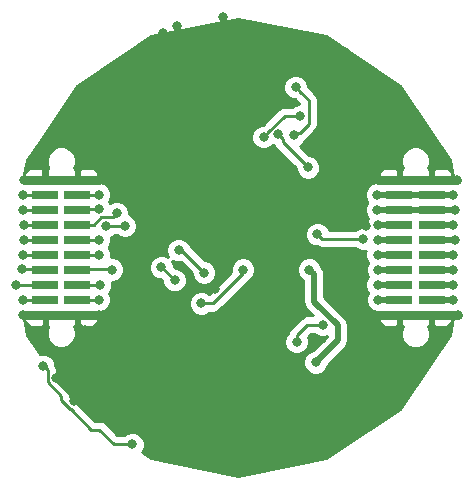
<source format=gbl>
G04 #@! TF.FileFunction,Copper,L2,Bot,Signal*
%FSLAX46Y46*%
G04 Gerber Fmt 4.6, Leading zero omitted, Abs format (unit mm)*
G04 Created by KiCad (PCBNEW 4.1.0-alpha+201605071002+6776~44~ubuntu14.04.1-product) date Sun 26 Jun 2016 13:36:43 BST*
%MOMM*%
%LPD*%
G01*
G04 APERTURE LIST*
%ADD10C,0.100000*%
%ADD11R,2.220000X0.740000*%
%ADD12C,0.800000*%
%ADD13C,0.500000*%
%ADD14C,0.350000*%
%ADD15C,0.200000*%
%ADD16C,0.280000*%
%ADD17C,0.740000*%
%ADD18C,0.254000*%
G04 APERTURE END LIST*
D10*
D11*
X83635000Y-94285000D03*
X86365000Y-94285000D03*
X83635000Y-95555000D03*
X86365000Y-95555000D03*
X83635000Y-96825000D03*
X86365000Y-96825000D03*
X83635000Y-98095000D03*
X86365000Y-98095000D03*
X83635000Y-99365000D03*
X86365000Y-99365000D03*
X83635000Y-100635000D03*
X86365000Y-100635000D03*
X83635000Y-101905000D03*
X86365000Y-101905000D03*
X83635000Y-103175000D03*
X86365000Y-103175000D03*
X83635000Y-104445000D03*
X86365000Y-104445000D03*
X83635000Y-105715000D03*
X86365000Y-105715000D03*
X113635000Y-94285000D03*
X116365000Y-94285000D03*
X113635000Y-95555000D03*
X116365000Y-95555000D03*
X113635000Y-96825000D03*
X116365000Y-96825000D03*
X113635000Y-98095000D03*
X116365000Y-98095000D03*
X113635000Y-99365000D03*
X116365000Y-99365000D03*
X113635000Y-100635000D03*
X116365000Y-100635000D03*
X113635000Y-101905000D03*
X116365000Y-101905000D03*
X113635000Y-103175000D03*
X116365000Y-103175000D03*
X113635000Y-104445000D03*
X116365000Y-104445000D03*
X113635000Y-105715000D03*
X116365000Y-105715000D03*
D12*
X93850000Y-112800000D03*
X106400000Y-82600000D03*
X106500000Y-84500000D03*
X105550000Y-84950000D03*
X105450000Y-82150000D03*
X94480000Y-87023056D03*
X93100000Y-87350000D03*
X91050000Y-87400000D03*
X91550000Y-99150000D03*
X83600000Y-92150000D03*
X89400000Y-93400000D03*
X86700000Y-92600000D03*
X94650000Y-82550000D03*
X94807989Y-81250000D03*
X85972381Y-109622381D03*
X91047937Y-110812383D03*
X89499990Y-112860002D03*
X88447141Y-112985019D03*
X87275927Y-112985019D03*
X89474560Y-110799119D03*
X89350000Y-84900000D03*
X95960000Y-85300000D03*
X94480000Y-85900000D03*
X90600000Y-84000000D03*
X93600000Y-81900000D03*
X98010000Y-108700000D03*
X96960000Y-107660000D03*
X98720000Y-80470000D03*
X104110000Y-101510000D03*
X84600000Y-111100000D03*
X113200000Y-109200000D03*
X111000000Y-85500000D03*
X107000000Y-85500000D03*
X109000000Y-85500000D03*
X109000000Y-83500000D03*
X107000000Y-83500000D03*
X114600000Y-88600000D03*
X115400000Y-90500000D03*
X117000000Y-92000000D03*
X108800000Y-92000000D03*
X110600000Y-89600000D03*
X108600000Y-116300000D03*
X99600000Y-100100000D03*
X109600000Y-102400000D03*
X97300000Y-85300000D03*
X87000000Y-107000000D03*
X83300000Y-107600000D03*
X115900000Y-109200000D03*
X86114981Y-112985019D03*
X98000000Y-103500000D03*
X93000000Y-107000000D03*
X91000000Y-107000000D03*
X89000000Y-107000000D03*
X93500000Y-115900000D03*
X98453116Y-89417360D03*
X94000000Y-90000000D03*
X94000000Y-88000000D03*
X92000000Y-88000000D03*
X92000000Y-90000000D03*
X86000000Y-90000000D03*
X88000000Y-90000000D03*
X90000000Y-90000000D03*
X90000000Y-88000000D03*
X88000000Y-88000000D03*
X86000000Y-88000000D03*
X88000000Y-86000000D03*
X90000000Y-86000000D03*
X98900000Y-106600000D03*
X95700000Y-99100000D03*
X106700000Y-113600000D03*
X102000000Y-118000000D03*
X100000000Y-118000000D03*
X98000000Y-118000000D03*
X98000000Y-116000000D03*
X100000000Y-116000000D03*
X102000000Y-116000000D03*
X102000000Y-114000000D03*
X100000000Y-114000000D03*
X98000000Y-114000000D03*
X98000000Y-112000000D03*
X100000000Y-112000000D03*
X102000000Y-112000000D03*
X102000000Y-110000000D03*
X100000000Y-110000000D03*
X98000000Y-110000000D03*
X102500000Y-86300000D03*
X101200000Y-86300000D03*
X102500000Y-87600000D03*
X101200000Y-87600000D03*
X110800000Y-98200000D03*
X111825000Y-94275000D03*
X118585000Y-105715000D03*
X111400000Y-105700000D03*
X118500000Y-94300000D03*
X81825000Y-94275000D03*
X88175000Y-94300000D03*
X81800000Y-105725000D03*
X88200000Y-105725000D03*
X94941887Y-100241887D03*
X106000000Y-101900000D03*
X106555018Y-109744982D03*
X97100000Y-102150000D03*
X110600000Y-99300000D03*
X106700000Y-98900000D03*
X81775000Y-96825000D03*
X89310000Y-101890000D03*
X93491887Y-101691887D03*
X94600000Y-102800000D03*
X105230000Y-88890011D03*
X102135010Y-90679998D03*
X103373619Y-90438630D03*
X105900000Y-93250000D03*
X88175000Y-95550000D03*
X88175000Y-96725000D03*
X89702053Y-97117947D03*
X90410010Y-98200000D03*
X88815018Y-98224982D03*
X88300000Y-103220000D03*
X88175000Y-104450000D03*
X81800000Y-95550000D03*
X81825000Y-98100000D03*
X81825000Y-99375000D03*
X88200000Y-99375000D03*
X81800000Y-100650000D03*
X88175000Y-100650000D03*
X81710010Y-101860000D03*
X81180000Y-103215008D03*
X81800000Y-104450000D03*
X111775000Y-95550000D03*
X118200000Y-95550000D03*
X111750000Y-96825000D03*
X118375000Y-96825000D03*
X111825000Y-98100000D03*
X118200000Y-98100000D03*
X111825000Y-99350000D03*
X118370000Y-99370000D03*
X111800000Y-100625000D03*
X118175000Y-100650000D03*
X111825000Y-101900000D03*
X118175000Y-101900000D03*
X111800000Y-103175000D03*
X118175000Y-103175000D03*
X111825000Y-104450000D03*
X118175000Y-104450000D03*
X104930000Y-108030000D03*
X107140021Y-106550000D03*
X104714990Y-90530000D03*
X104850000Y-86450000D03*
X91030000Y-116700002D03*
X83479133Y-110079133D03*
X100400000Y-101900000D03*
X96855019Y-104755019D03*
D13*
X106500000Y-84500000D02*
X106500000Y-82700000D01*
X106500000Y-82700000D02*
X106400000Y-82600000D01*
X105450000Y-82150000D02*
X105450000Y-84850000D01*
X105450000Y-84850000D02*
X105550000Y-84950000D01*
D14*
X94480000Y-85900000D02*
X94480000Y-87023056D01*
X94480000Y-87023056D02*
X94480000Y-87520000D01*
D13*
X91050000Y-87400000D02*
X93050000Y-87400000D01*
X93050000Y-87400000D02*
X93100000Y-87350000D01*
X94807989Y-81250000D02*
X94807989Y-82392011D01*
X94807989Y-82392011D02*
X94650000Y-82550000D01*
X83635000Y-94285000D02*
X83635000Y-92185000D01*
X83635000Y-92185000D02*
X83600000Y-92150000D01*
X86700000Y-92600000D02*
X88600000Y-92600000D01*
X88600000Y-92600000D02*
X89400000Y-93400000D01*
X85972381Y-109622381D02*
X85972381Y-109727619D01*
X85972381Y-109727619D02*
X84600000Y-111100000D01*
D14*
X91047937Y-110812383D02*
X89487824Y-110812383D01*
X89487824Y-110812383D02*
X89474560Y-110799119D01*
X89474560Y-110799119D02*
X89474560Y-112345499D01*
X89474560Y-112345499D02*
X89474560Y-112725440D01*
D13*
X89499990Y-112860002D02*
X89474560Y-112834572D01*
X89474560Y-112834572D02*
X89474560Y-112345499D01*
D14*
X89350000Y-84900000D02*
X89350000Y-85350000D01*
X89350000Y-85350000D02*
X90000000Y-86000000D01*
X90600000Y-84000000D02*
X90600000Y-85400000D01*
X90600000Y-85400000D02*
X90000000Y-86000000D01*
X94480000Y-87520000D02*
X94000000Y-88000000D01*
D15*
X96960000Y-107660000D02*
X96970000Y-107660000D01*
X96970000Y-107660000D02*
X98010000Y-108700000D01*
D13*
X98860000Y-81175685D02*
X98860000Y-81640000D01*
X98720000Y-80470000D02*
X98720000Y-81035685D01*
X98720000Y-81035685D02*
X98860000Y-81175685D01*
X86114981Y-112985019D02*
X86114981Y-112614981D01*
X86114981Y-112614981D02*
X84600000Y-111100000D01*
D16*
X107000000Y-83500000D02*
X109000000Y-83500000D01*
D13*
X117000000Y-92000000D02*
X116000000Y-91000000D01*
D16*
X86365000Y-105715000D02*
X86365000Y-106365000D01*
X86365000Y-106365000D02*
X87000000Y-107000000D01*
D13*
X89000000Y-107000000D02*
X91000000Y-107000000D01*
D16*
X98453116Y-89417360D02*
X94582640Y-89417360D01*
X94582640Y-89417360D02*
X94000000Y-90000000D01*
D13*
X94000000Y-88000000D02*
X94000000Y-90000000D01*
X92000000Y-90000000D02*
X92000000Y-88000000D01*
X88000000Y-90000000D02*
X86000000Y-90000000D01*
X90000000Y-88000000D02*
X90000000Y-90000000D01*
X86000000Y-88000000D02*
X88000000Y-88000000D01*
X90000000Y-86000000D02*
X88000000Y-86000000D01*
D16*
X110800000Y-98200000D02*
X110200000Y-98200000D01*
D13*
X98000000Y-118000000D02*
X100000000Y-118000000D01*
X100000000Y-116000000D02*
X98000000Y-116000000D01*
X102000000Y-114000000D02*
X102000000Y-116000000D01*
X98000000Y-114000000D02*
X100000000Y-114000000D01*
X100000000Y-112000000D02*
X98000000Y-112000000D01*
X102000000Y-110000000D02*
X102000000Y-112000000D01*
X98000000Y-110000000D02*
X100000000Y-110000000D01*
D17*
X111825000Y-94275000D02*
X113625000Y-94275000D01*
X113625000Y-94275000D02*
X113635000Y-94285000D01*
X116365000Y-105715000D02*
X113635000Y-105715000D01*
X118585000Y-105715000D02*
X116365000Y-105715000D01*
X111400000Y-105700000D02*
X113620000Y-105700000D01*
X113620000Y-105700000D02*
X113635000Y-105715000D01*
X113620000Y-94300000D02*
X113635000Y-94285000D01*
X116365000Y-94285000D02*
X113635000Y-94285000D01*
X118500000Y-94300000D02*
X116380000Y-94300000D01*
X116380000Y-94300000D02*
X116365000Y-94285000D01*
X88175000Y-94300000D02*
X86380000Y-94300000D01*
X86380000Y-94300000D02*
X86365000Y-94285000D01*
X83635000Y-94285000D02*
X86365000Y-94285000D01*
X81825000Y-94275000D02*
X83625000Y-94275000D01*
X83625000Y-94275000D02*
X83635000Y-94285000D01*
X81800000Y-105725000D02*
X83625000Y-105725000D01*
X83625000Y-105725000D02*
X83635000Y-105715000D01*
X86365000Y-105715000D02*
X83635000Y-105715000D01*
X88200000Y-105725000D02*
X86375000Y-105725000D01*
X86375000Y-105725000D02*
X86365000Y-105715000D01*
D13*
X86365000Y-105715000D02*
X88190000Y-105715000D01*
X88190000Y-105715000D02*
X88200000Y-105725000D01*
X83635000Y-105715000D02*
X88190000Y-105715000D01*
X81800000Y-105725000D02*
X86355000Y-105725000D01*
X86355000Y-105725000D02*
X86365000Y-105715000D01*
X83625000Y-105725000D02*
X83635000Y-105715000D01*
X86365000Y-105715000D02*
X86380000Y-105700000D01*
D16*
X95325171Y-100375171D02*
X95075171Y-100375171D01*
X95075171Y-100375171D02*
X94941887Y-100241887D01*
D13*
X106000000Y-101900000D02*
X106399999Y-102299999D01*
X106399999Y-102299999D02*
X106399999Y-104611176D01*
X106399999Y-104611176D02*
X108400000Y-106611177D01*
X108400000Y-106611177D02*
X108400000Y-107900000D01*
X108400000Y-107900000D02*
X107840022Y-108459978D01*
X108000000Y-108300000D02*
X107840022Y-108459978D01*
X107840022Y-108459978D02*
X106555018Y-109744982D01*
D16*
X97100000Y-102150000D02*
X95325171Y-100375171D01*
X110600000Y-99300000D02*
X107100000Y-99300000D01*
X107100000Y-99300000D02*
X106700000Y-98900000D01*
X83635000Y-96825000D02*
X81775000Y-96825000D01*
D15*
X84375000Y-96825000D02*
X83635000Y-96825000D01*
D16*
X89310000Y-101890000D02*
X89302686Y-101882686D01*
X89302686Y-101882686D02*
X86387314Y-101882686D01*
X86387314Y-101882686D02*
X86365000Y-101905000D01*
X94600000Y-102800000D02*
X93491887Y-101691887D01*
X103940759Y-88890011D02*
X105230000Y-88890011D01*
X103929446Y-88878698D02*
X103940759Y-88890011D01*
X102535009Y-90273135D02*
X103929446Y-88878698D01*
X102135010Y-90679998D02*
X102535009Y-90279999D01*
X102535009Y-90279999D02*
X102535009Y-90273135D01*
X105230000Y-88890011D02*
X105218687Y-88878698D01*
X105900000Y-93250000D02*
X104116135Y-91466135D01*
X103373619Y-90438630D02*
X103773618Y-90838629D01*
X103773618Y-90838629D02*
X103773618Y-91123618D01*
X103773618Y-91123618D02*
X104116135Y-91466135D01*
X86365000Y-95555000D02*
X88170000Y-95555000D01*
X88170000Y-95555000D02*
X88175000Y-95550000D01*
X88175000Y-96725000D02*
X86465000Y-96725000D01*
X86465000Y-96725000D02*
X86365000Y-96825000D01*
X88390001Y-97459999D02*
X89360001Y-97459999D01*
X89360001Y-97459999D02*
X89702053Y-97117947D01*
X87755000Y-98095000D02*
X88390001Y-97459999D01*
X86365000Y-98095000D02*
X87755000Y-98095000D01*
X87105000Y-98095000D02*
X86365000Y-98095000D01*
X88815018Y-98224982D02*
X90385028Y-98224982D01*
X90385028Y-98224982D02*
X90410010Y-98200000D01*
X88300000Y-103220000D02*
X86410000Y-103220000D01*
D15*
X86410000Y-103220000D02*
X86365000Y-103175000D01*
D16*
X88175000Y-104450000D02*
X86370000Y-104450000D01*
X86370000Y-104450000D02*
X86365000Y-104445000D01*
X83635000Y-95555000D02*
X81805000Y-95555000D01*
X81805000Y-95555000D02*
X81800000Y-95550000D01*
X81825000Y-98100000D02*
X83630000Y-98100000D01*
X83630000Y-98100000D02*
X83635000Y-98095000D01*
X81825000Y-99375000D02*
X83625000Y-99375000D01*
X83625000Y-99375000D02*
X83635000Y-99365000D01*
X88200000Y-99375000D02*
X86375000Y-99375000D01*
X86375000Y-99375000D02*
X86365000Y-99365000D01*
X83635000Y-100635000D02*
X81815000Y-100635000D01*
X81815000Y-100635000D02*
X81800000Y-100650000D01*
X86365000Y-100635000D02*
X88160000Y-100635000D01*
X88160000Y-100635000D02*
X88175000Y-100650000D01*
X81710010Y-101860000D02*
X83590000Y-101860000D01*
X83590000Y-101860000D02*
X83635000Y-101905000D01*
X83615000Y-101925000D02*
X83635000Y-101905000D01*
X81180000Y-103215008D02*
X83594992Y-103215008D01*
X83594992Y-103215008D02*
X83635000Y-103175000D01*
X81800000Y-104450000D02*
X83630000Y-104450000D01*
X83630000Y-104450000D02*
X83635000Y-104445000D01*
D13*
X111775000Y-95550000D02*
X113630000Y-95550000D01*
X113630000Y-95550000D02*
X113635000Y-95555000D01*
X116365000Y-95555000D02*
X118195000Y-95555000D01*
X118195000Y-95555000D02*
X118200000Y-95550000D01*
X113635000Y-95555000D02*
X116365000Y-95555000D01*
X116365000Y-96825000D02*
X118375000Y-96825000D01*
X113635000Y-96825000D02*
X116365000Y-96825000D01*
X111750000Y-96825000D02*
X116365000Y-96825000D01*
X111750000Y-96825000D02*
X113635000Y-96825000D01*
X111825000Y-98100000D02*
X113630000Y-98100000D01*
X113630000Y-98100000D02*
X113635000Y-98095000D01*
X116365000Y-98095000D02*
X118195000Y-98095000D01*
X118195000Y-98095000D02*
X118200000Y-98100000D01*
X113635000Y-99365000D02*
X111840000Y-99365000D01*
X111840000Y-99365000D02*
X111825000Y-99350000D01*
X118370000Y-99370000D02*
X116370000Y-99370000D01*
X116370000Y-99370000D02*
X116365000Y-99365000D01*
X111800000Y-100625000D02*
X113625000Y-100625000D01*
X113625000Y-100625000D02*
X113635000Y-100635000D01*
X116365000Y-100635000D02*
X118160000Y-100635000D01*
X118160000Y-100635000D02*
X118175000Y-100650000D01*
X111825000Y-101900000D02*
X113630000Y-101900000D01*
X113630000Y-101900000D02*
X113635000Y-101905000D01*
X116365000Y-101905000D02*
X118170000Y-101905000D01*
X118170000Y-101905000D02*
X118175000Y-101900000D01*
X111800000Y-103175000D02*
X113635000Y-103175000D01*
X116365000Y-103175000D02*
X118175000Y-103175000D01*
X113635000Y-104445000D02*
X111830000Y-104445000D01*
X111830000Y-104445000D02*
X111825000Y-104450000D01*
X116365000Y-104445000D02*
X118170000Y-104445000D01*
X118170000Y-104445000D02*
X118175000Y-104450000D01*
D16*
X107140021Y-106550000D02*
X106697085Y-106550000D01*
X104930000Y-108030000D02*
X104930000Y-107464315D01*
X104930000Y-107464315D02*
X105844315Y-106550000D01*
X105844315Y-106550000D02*
X106697085Y-106550000D01*
X104714990Y-90530000D02*
X104890000Y-90354990D01*
X104890000Y-90354990D02*
X105185010Y-90354990D01*
X105970001Y-89569999D02*
X105970001Y-87570001D01*
X105185010Y-90354990D02*
X105970001Y-89569999D01*
X105970001Y-87570001D02*
X105249999Y-86849999D01*
X105249999Y-86849999D02*
X104850000Y-86450000D01*
X83479133Y-110079133D02*
X83529133Y-110079133D01*
X83529133Y-110079133D02*
X83859999Y-110409999D01*
X83859999Y-110409999D02*
X83859999Y-111455201D01*
X83859999Y-111455201D02*
X85000000Y-112595202D01*
X85000000Y-112595202D02*
X85000000Y-112965240D01*
X85000000Y-112965240D02*
X85734760Y-113700000D01*
X85734760Y-113700000D02*
X85800000Y-113700000D01*
X85800000Y-113700000D02*
X87560280Y-115460280D01*
X87560280Y-115460280D02*
X88210280Y-115460280D01*
X88210280Y-115460280D02*
X89450002Y-116700002D01*
X89450002Y-116700002D02*
X91030000Y-116700002D01*
X96855019Y-104755019D02*
X97844981Y-104755019D01*
X97844981Y-104755019D02*
X100400000Y-102200000D01*
X100400000Y-102200000D02*
X100400000Y-101900000D01*
D18*
G36*
X107408751Y-82113692D02*
X113689587Y-86310413D01*
X117886308Y-92591249D01*
X118268978Y-94515060D01*
X118054123Y-94514873D01*
X117951250Y-94412000D01*
X116492000Y-94412000D01*
X116492000Y-94432000D01*
X116238000Y-94432000D01*
X116238000Y-94412000D01*
X113762000Y-94412000D01*
X113762000Y-94432000D01*
X113508000Y-94432000D01*
X113508000Y-94412000D01*
X112048750Y-94412000D01*
X111945602Y-94515148D01*
X111570029Y-94514821D01*
X111189485Y-94672058D01*
X110898081Y-94962954D01*
X110740180Y-95343223D01*
X110739821Y-95754971D01*
X110897058Y-96135515D01*
X110936310Y-96174835D01*
X110873081Y-96237954D01*
X110715180Y-96618223D01*
X110714821Y-97029971D01*
X110872058Y-97410515D01*
X110961223Y-97499835D01*
X110948081Y-97512954D01*
X110790180Y-97893223D01*
X110789856Y-98265165D01*
X110395029Y-98264821D01*
X110014485Y-98422058D01*
X109911363Y-98525000D01*
X107664925Y-98525000D01*
X107577942Y-98314485D01*
X107287046Y-98023081D01*
X106906777Y-97865180D01*
X106495029Y-97864821D01*
X106114485Y-98022058D01*
X105823081Y-98312954D01*
X105665180Y-98693223D01*
X105664821Y-99104971D01*
X105822058Y-99485515D01*
X106112954Y-99776919D01*
X106493223Y-99934820D01*
X106682162Y-99934985D01*
X106722662Y-99962046D01*
X106803420Y-100016007D01*
X107100000Y-100075000D01*
X109911213Y-100075000D01*
X110012954Y-100176919D01*
X110393223Y-100334820D01*
X110799665Y-100335174D01*
X110765180Y-100418223D01*
X110764821Y-100829971D01*
X110922058Y-101210515D01*
X110986266Y-101274835D01*
X110948081Y-101312954D01*
X110790180Y-101693223D01*
X110789821Y-102104971D01*
X110947058Y-102485515D01*
X110986310Y-102524835D01*
X110923081Y-102587954D01*
X110765180Y-102968223D01*
X110764821Y-103379971D01*
X110922058Y-103760515D01*
X110986266Y-103824835D01*
X110948081Y-103862954D01*
X110790180Y-104243223D01*
X110789821Y-104654971D01*
X110947058Y-105035515D01*
X111237954Y-105326919D01*
X111618223Y-105484820D01*
X111945856Y-105485106D01*
X112048750Y-105588000D01*
X113508000Y-105588000D01*
X113508000Y-105568000D01*
X113762000Y-105568000D01*
X113762000Y-105588000D01*
X116238000Y-105588000D01*
X116238000Y-105568000D01*
X116492000Y-105568000D01*
X116492000Y-105588000D01*
X117951250Y-105588000D01*
X118054355Y-105484895D01*
X118268949Y-105485082D01*
X117886308Y-107408751D01*
X113689587Y-113689587D01*
X107408751Y-117886308D01*
X100000000Y-119360000D01*
X92591249Y-117886308D01*
X91821704Y-117372114D01*
X91906919Y-117287048D01*
X92064820Y-116906779D01*
X92065179Y-116495031D01*
X91907942Y-116114487D01*
X91617046Y-115823083D01*
X91236777Y-115665182D01*
X90825029Y-115664823D01*
X90444485Y-115822060D01*
X90341363Y-115925002D01*
X89771018Y-115925002D01*
X88758288Y-114912272D01*
X88506860Y-114744273D01*
X88210280Y-114685280D01*
X87881296Y-114685280D01*
X86348008Y-113151992D01*
X86151393Y-113020618D01*
X85775000Y-112644224D01*
X85775000Y-112595202D01*
X85716007Y-112298622D01*
X85548008Y-112047194D01*
X84634999Y-111134185D01*
X84634999Y-110409999D01*
X84576006Y-110113419D01*
X84514184Y-110020896D01*
X84514312Y-109874162D01*
X84357075Y-109493618D01*
X84066179Y-109202214D01*
X83685910Y-109044313D01*
X83274162Y-109043954D01*
X83220982Y-109065927D01*
X82113692Y-107408751D01*
X81833624Y-106000750D01*
X81890000Y-106000750D01*
X81890000Y-106211309D01*
X81986673Y-106444698D01*
X82165301Y-106623327D01*
X82398690Y-106720000D01*
X83349250Y-106720000D01*
X83508000Y-106561250D01*
X83508000Y-105842000D01*
X83762000Y-105842000D01*
X83762000Y-106561250D01*
X83910098Y-106709348D01*
X83765215Y-107058266D01*
X83764786Y-107549579D01*
X83952408Y-108003657D01*
X84299515Y-108351371D01*
X84753266Y-108539785D01*
X85244579Y-108540214D01*
X85698657Y-108352592D01*
X85816483Y-108234971D01*
X103894821Y-108234971D01*
X104052058Y-108615515D01*
X104342954Y-108906919D01*
X104723223Y-109064820D01*
X105134971Y-109065179D01*
X105515515Y-108907942D01*
X105806919Y-108617046D01*
X105964820Y-108236777D01*
X105965179Y-107825029D01*
X105877501Y-107612830D01*
X106165331Y-107325000D01*
X106451234Y-107325000D01*
X106552975Y-107426919D01*
X106933244Y-107584820D01*
X107344992Y-107585179D01*
X107515000Y-107514933D01*
X107515000Y-107533421D01*
X107214232Y-107834188D01*
X107214230Y-107834191D01*
X106330569Y-108717851D01*
X105969503Y-108867040D01*
X105678099Y-109157936D01*
X105520198Y-109538205D01*
X105519839Y-109949953D01*
X105677076Y-110330497D01*
X105967972Y-110621901D01*
X106348241Y-110779802D01*
X106759989Y-110780161D01*
X107140533Y-110622924D01*
X107431937Y-110332028D01*
X107582749Y-109968830D01*
X108465809Y-109085770D01*
X108465812Y-109085768D01*
X108507626Y-109043954D01*
X109025787Y-108525792D01*
X109025790Y-108525790D01*
X109217633Y-108238675D01*
X109285000Y-107900000D01*
X109285000Y-106611182D01*
X109285001Y-106611177D01*
X109217634Y-106272503D01*
X109082183Y-106069786D01*
X109036056Y-106000750D01*
X111890000Y-106000750D01*
X111890000Y-106211309D01*
X111986673Y-106444698D01*
X112165301Y-106623327D01*
X112398690Y-106720000D01*
X113349250Y-106720000D01*
X113508000Y-106561250D01*
X113508000Y-105842000D01*
X113762000Y-105842000D01*
X113762000Y-106561250D01*
X113910098Y-106709348D01*
X113765215Y-107058266D01*
X113764786Y-107549579D01*
X113952408Y-108003657D01*
X114299515Y-108351371D01*
X114753266Y-108539785D01*
X115244579Y-108540214D01*
X115698657Y-108352592D01*
X116046371Y-108005485D01*
X116234785Y-107551734D01*
X116235214Y-107060421D01*
X116090080Y-106709170D01*
X116238000Y-106561250D01*
X116238000Y-105842000D01*
X116492000Y-105842000D01*
X116492000Y-106561250D01*
X116650750Y-106720000D01*
X117601310Y-106720000D01*
X117834699Y-106623327D01*
X118013327Y-106444698D01*
X118110000Y-106211309D01*
X118110000Y-106000750D01*
X117951250Y-105842000D01*
X116492000Y-105842000D01*
X116238000Y-105842000D01*
X113762000Y-105842000D01*
X113508000Y-105842000D01*
X112048750Y-105842000D01*
X111890000Y-106000750D01*
X109036056Y-106000750D01*
X109025790Y-105985387D01*
X109025787Y-105985385D01*
X107284999Y-104244596D01*
X107284999Y-102300004D01*
X107285000Y-102299999D01*
X107217632Y-101961325D01*
X107217632Y-101961324D01*
X107027852Y-101677297D01*
X106877942Y-101314485D01*
X106587046Y-101023081D01*
X106206777Y-100865180D01*
X105795029Y-100864821D01*
X105414485Y-101022058D01*
X105123081Y-101312954D01*
X104965180Y-101693223D01*
X104964821Y-102104971D01*
X105122058Y-102485515D01*
X105412954Y-102776919D01*
X105514999Y-102819292D01*
X105514999Y-104611171D01*
X105514998Y-104611176D01*
X105553886Y-104806673D01*
X105582366Y-104949851D01*
X105726796Y-105166007D01*
X105774209Y-105236966D01*
X106312243Y-105775000D01*
X105844320Y-105775000D01*
X105844315Y-105774999D01*
X105596941Y-105824205D01*
X105547735Y-105833993D01*
X105352440Y-105964485D01*
X105296307Y-106001992D01*
X104381992Y-106916307D01*
X104213993Y-107167735D01*
X104185553Y-107310713D01*
X104053081Y-107442954D01*
X103895180Y-107823223D01*
X103894821Y-108234971D01*
X85816483Y-108234971D01*
X86046371Y-108005485D01*
X86234785Y-107551734D01*
X86235214Y-107060421D01*
X86090080Y-106709170D01*
X86238000Y-106561250D01*
X86238000Y-105842000D01*
X86492000Y-105842000D01*
X86492000Y-106561250D01*
X86650750Y-106720000D01*
X87601310Y-106720000D01*
X87834699Y-106623327D01*
X88013327Y-106444698D01*
X88110000Y-106211309D01*
X88110000Y-106000750D01*
X87951250Y-105842000D01*
X86492000Y-105842000D01*
X86238000Y-105842000D01*
X83762000Y-105842000D01*
X83508000Y-105842000D01*
X82048750Y-105842000D01*
X81890000Y-106000750D01*
X81833624Y-106000750D01*
X81731022Y-105484940D01*
X81945877Y-105485127D01*
X82048750Y-105588000D01*
X83508000Y-105588000D01*
X83508000Y-105568000D01*
X83762000Y-105568000D01*
X83762000Y-105588000D01*
X86238000Y-105588000D01*
X86238000Y-105568000D01*
X86492000Y-105568000D01*
X86492000Y-105588000D01*
X87951250Y-105588000D01*
X88054355Y-105484895D01*
X88379971Y-105485179D01*
X88760515Y-105327942D01*
X89051919Y-105037046D01*
X89083915Y-104959990D01*
X95819840Y-104959990D01*
X95977077Y-105340534D01*
X96267973Y-105631938D01*
X96648242Y-105789839D01*
X97059990Y-105790198D01*
X97440534Y-105632961D01*
X97543656Y-105530019D01*
X97844981Y-105530019D01*
X98141561Y-105471026D01*
X98392989Y-105303027D01*
X100870585Y-102825430D01*
X100985515Y-102777942D01*
X101276919Y-102487046D01*
X101434820Y-102106777D01*
X101435179Y-101695029D01*
X101277942Y-101314485D01*
X100987046Y-101023081D01*
X100606777Y-100865180D01*
X100195029Y-100864821D01*
X99814485Y-101022058D01*
X99523081Y-101312954D01*
X99365180Y-101693223D01*
X99364821Y-102104971D01*
X99374818Y-102129166D01*
X97533894Y-103970090D01*
X97442065Y-103878100D01*
X97061796Y-103720199D01*
X96650048Y-103719840D01*
X96269504Y-103877077D01*
X95978100Y-104167973D01*
X95820199Y-104548242D01*
X95819840Y-104959990D01*
X89083915Y-104959990D01*
X89209820Y-104656777D01*
X89210179Y-104245029D01*
X89072343Y-103911440D01*
X89176919Y-103807046D01*
X89334820Y-103426777D01*
X89335179Y-103015029D01*
X89297976Y-102924990D01*
X89514971Y-102925179D01*
X89895515Y-102767942D01*
X90186919Y-102477046D01*
X90344820Y-102096777D01*
X90344994Y-101896858D01*
X92456708Y-101896858D01*
X92613945Y-102277402D01*
X92904841Y-102568806D01*
X93285110Y-102726707D01*
X93430818Y-102726834D01*
X93564947Y-102860962D01*
X93564821Y-103004971D01*
X93722058Y-103385515D01*
X94012954Y-103676919D01*
X94393223Y-103834820D01*
X94804971Y-103835179D01*
X95185515Y-103677942D01*
X95476919Y-103387046D01*
X95634820Y-103006777D01*
X95635179Y-102595029D01*
X95477942Y-102214485D01*
X95187046Y-101923081D01*
X94806777Y-101765180D01*
X94661068Y-101765053D01*
X94526940Y-101630925D01*
X94527066Y-101486916D01*
X94379135Y-101128894D01*
X94735110Y-101276707D01*
X95131036Y-101277052D01*
X96064947Y-102210963D01*
X96064821Y-102354971D01*
X96222058Y-102735515D01*
X96512954Y-103026919D01*
X96893223Y-103184820D01*
X97304971Y-103185179D01*
X97685515Y-103027942D01*
X97976919Y-102737046D01*
X98134820Y-102356777D01*
X98135179Y-101945029D01*
X97977942Y-101564485D01*
X97687046Y-101273081D01*
X97306777Y-101115180D01*
X97161069Y-101115053D01*
X95902523Y-99856507D01*
X95819829Y-99656372D01*
X95528933Y-99364968D01*
X95148664Y-99207067D01*
X94736916Y-99206708D01*
X94356372Y-99363945D01*
X94064968Y-99654841D01*
X93907067Y-100035110D01*
X93906708Y-100446858D01*
X94054639Y-100804880D01*
X93698664Y-100657067D01*
X93286916Y-100656708D01*
X92906372Y-100813945D01*
X92614968Y-101104841D01*
X92457067Y-101485110D01*
X92456708Y-101896858D01*
X90344994Y-101896858D01*
X90345179Y-101685029D01*
X90187942Y-101304485D01*
X89897046Y-101013081D01*
X89516777Y-100855180D01*
X89209822Y-100854912D01*
X89210179Y-100445029D01*
X89052942Y-100064485D01*
X89013690Y-100025165D01*
X89076919Y-99962046D01*
X89234820Y-99581777D01*
X89235178Y-99171247D01*
X89400533Y-99102924D01*
X89503655Y-98999982D01*
X89746161Y-98999982D01*
X89822964Y-99076919D01*
X90203233Y-99234820D01*
X90614981Y-99235179D01*
X90995525Y-99077942D01*
X91286929Y-98787046D01*
X91444830Y-98406777D01*
X91445189Y-97995029D01*
X91287952Y-97614485D01*
X90997056Y-97323081D01*
X90736969Y-97215084D01*
X90737232Y-96912976D01*
X90579995Y-96532432D01*
X90289099Y-96241028D01*
X89908830Y-96083127D01*
X89497082Y-96082768D01*
X89116538Y-96240005D01*
X89100918Y-96255597D01*
X89052942Y-96139485D01*
X89051212Y-96137752D01*
X89051919Y-96137046D01*
X89209820Y-95756777D01*
X89210179Y-95345029D01*
X89052942Y-94964485D01*
X88762046Y-94673081D01*
X88381777Y-94515180D01*
X88054144Y-94514894D01*
X87951250Y-94412000D01*
X86492000Y-94412000D01*
X86492000Y-94432000D01*
X86238000Y-94432000D01*
X86238000Y-94412000D01*
X83762000Y-94412000D01*
X83762000Y-94432000D01*
X83508000Y-94432000D01*
X83508000Y-94412000D01*
X82048750Y-94412000D01*
X81945623Y-94515127D01*
X81731046Y-94514940D01*
X81875505Y-93788691D01*
X81890000Y-93788691D01*
X81890000Y-93999250D01*
X82048750Y-94158000D01*
X83508000Y-94158000D01*
X83508000Y-93438750D01*
X83762000Y-93438750D01*
X83762000Y-94158000D01*
X86238000Y-94158000D01*
X86238000Y-93438750D01*
X86492000Y-93438750D01*
X86492000Y-94158000D01*
X87951250Y-94158000D01*
X88110000Y-93999250D01*
X88110000Y-93788691D01*
X88013327Y-93555302D01*
X87834699Y-93376673D01*
X87601310Y-93280000D01*
X86650750Y-93280000D01*
X86492000Y-93438750D01*
X86238000Y-93438750D01*
X86089902Y-93290652D01*
X86234785Y-92941734D01*
X86235214Y-92450421D01*
X86047592Y-91996343D01*
X85700485Y-91648629D01*
X85246734Y-91460215D01*
X84755421Y-91459786D01*
X84301343Y-91647408D01*
X83953629Y-91994515D01*
X83765215Y-92448266D01*
X83764786Y-92939579D01*
X83909920Y-93290830D01*
X83762000Y-93438750D01*
X83508000Y-93438750D01*
X83349250Y-93280000D01*
X82398690Y-93280000D01*
X82165301Y-93376673D01*
X81986673Y-93555302D01*
X81890000Y-93788691D01*
X81875505Y-93788691D01*
X82113692Y-92591249D01*
X83253791Y-90884969D01*
X101099831Y-90884969D01*
X101257068Y-91265513D01*
X101547964Y-91556917D01*
X101928233Y-91714818D01*
X102339981Y-91715177D01*
X102720525Y-91557940D01*
X102911411Y-91367386D01*
X103064912Y-91431125D01*
X103225610Y-91671626D01*
X104864947Y-93310963D01*
X104864821Y-93454971D01*
X105022058Y-93835515D01*
X105312954Y-94126919D01*
X105693223Y-94284820D01*
X106104971Y-94285179D01*
X106485515Y-94127942D01*
X106776919Y-93837046D01*
X106796997Y-93788691D01*
X111890000Y-93788691D01*
X111890000Y-93999250D01*
X112048750Y-94158000D01*
X113508000Y-94158000D01*
X113508000Y-93438750D01*
X113762000Y-93438750D01*
X113762000Y-94158000D01*
X116238000Y-94158000D01*
X116238000Y-93438750D01*
X116492000Y-93438750D01*
X116492000Y-94158000D01*
X117951250Y-94158000D01*
X118110000Y-93999250D01*
X118110000Y-93788691D01*
X118013327Y-93555302D01*
X117834699Y-93376673D01*
X117601310Y-93280000D01*
X116650750Y-93280000D01*
X116492000Y-93438750D01*
X116238000Y-93438750D01*
X116089902Y-93290652D01*
X116234785Y-92941734D01*
X116235214Y-92450421D01*
X116047592Y-91996343D01*
X115700485Y-91648629D01*
X115246734Y-91460215D01*
X114755421Y-91459786D01*
X114301343Y-91647408D01*
X113953629Y-91994515D01*
X113765215Y-92448266D01*
X113764786Y-92939579D01*
X113909920Y-93290830D01*
X113762000Y-93438750D01*
X113508000Y-93438750D01*
X113349250Y-93280000D01*
X112398690Y-93280000D01*
X112165301Y-93376673D01*
X111986673Y-93555302D01*
X111890000Y-93788691D01*
X106796997Y-93788691D01*
X106934820Y-93456777D01*
X106935179Y-93045029D01*
X106777942Y-92664485D01*
X106487046Y-92373081D01*
X106106777Y-92215180D01*
X105961069Y-92215053D01*
X105196806Y-91450790D01*
X105300505Y-91407942D01*
X105591909Y-91117046D01*
X105660734Y-90951297D01*
X105733018Y-90902998D01*
X106518009Y-90118007D01*
X106686008Y-89866579D01*
X106745001Y-89569999D01*
X106745001Y-87570006D01*
X106745002Y-87570001D01*
X106686008Y-87273422D01*
X106686008Y-87273421D01*
X106518009Y-87021993D01*
X106518006Y-87021991D01*
X105885053Y-86389038D01*
X105885179Y-86245029D01*
X105727942Y-85864485D01*
X105437046Y-85573081D01*
X105056777Y-85415180D01*
X104645029Y-85414821D01*
X104264485Y-85572058D01*
X103973081Y-85862954D01*
X103815180Y-86243223D01*
X103814821Y-86654971D01*
X103972058Y-87035515D01*
X104262954Y-87326919D01*
X104643223Y-87484820D01*
X104788931Y-87484947D01*
X105158933Y-87854949D01*
X105025029Y-87854832D01*
X104644485Y-88012069D01*
X104541363Y-88115011D01*
X103986325Y-88115011D01*
X103929446Y-88103697D01*
X103682072Y-88152903D01*
X103632866Y-88162691D01*
X103420640Y-88304496D01*
X103381438Y-88330690D01*
X102067189Y-89644939D01*
X101930039Y-89644819D01*
X101549495Y-89802056D01*
X101258091Y-90092952D01*
X101100190Y-90473221D01*
X101099831Y-90884969D01*
X83253791Y-90884969D01*
X86310413Y-86310413D01*
X92591249Y-82113692D01*
X100000000Y-80640000D01*
X107408751Y-82113692D01*
X107408751Y-82113692D01*
G37*
X107408751Y-82113692D02*
X113689587Y-86310413D01*
X117886308Y-92591249D01*
X118268978Y-94515060D01*
X118054123Y-94514873D01*
X117951250Y-94412000D01*
X116492000Y-94412000D01*
X116492000Y-94432000D01*
X116238000Y-94432000D01*
X116238000Y-94412000D01*
X113762000Y-94412000D01*
X113762000Y-94432000D01*
X113508000Y-94432000D01*
X113508000Y-94412000D01*
X112048750Y-94412000D01*
X111945602Y-94515148D01*
X111570029Y-94514821D01*
X111189485Y-94672058D01*
X110898081Y-94962954D01*
X110740180Y-95343223D01*
X110739821Y-95754971D01*
X110897058Y-96135515D01*
X110936310Y-96174835D01*
X110873081Y-96237954D01*
X110715180Y-96618223D01*
X110714821Y-97029971D01*
X110872058Y-97410515D01*
X110961223Y-97499835D01*
X110948081Y-97512954D01*
X110790180Y-97893223D01*
X110789856Y-98265165D01*
X110395029Y-98264821D01*
X110014485Y-98422058D01*
X109911363Y-98525000D01*
X107664925Y-98525000D01*
X107577942Y-98314485D01*
X107287046Y-98023081D01*
X106906777Y-97865180D01*
X106495029Y-97864821D01*
X106114485Y-98022058D01*
X105823081Y-98312954D01*
X105665180Y-98693223D01*
X105664821Y-99104971D01*
X105822058Y-99485515D01*
X106112954Y-99776919D01*
X106493223Y-99934820D01*
X106682162Y-99934985D01*
X106722662Y-99962046D01*
X106803420Y-100016007D01*
X107100000Y-100075000D01*
X109911213Y-100075000D01*
X110012954Y-100176919D01*
X110393223Y-100334820D01*
X110799665Y-100335174D01*
X110765180Y-100418223D01*
X110764821Y-100829971D01*
X110922058Y-101210515D01*
X110986266Y-101274835D01*
X110948081Y-101312954D01*
X110790180Y-101693223D01*
X110789821Y-102104971D01*
X110947058Y-102485515D01*
X110986310Y-102524835D01*
X110923081Y-102587954D01*
X110765180Y-102968223D01*
X110764821Y-103379971D01*
X110922058Y-103760515D01*
X110986266Y-103824835D01*
X110948081Y-103862954D01*
X110790180Y-104243223D01*
X110789821Y-104654971D01*
X110947058Y-105035515D01*
X111237954Y-105326919D01*
X111618223Y-105484820D01*
X111945856Y-105485106D01*
X112048750Y-105588000D01*
X113508000Y-105588000D01*
X113508000Y-105568000D01*
X113762000Y-105568000D01*
X113762000Y-105588000D01*
X116238000Y-105588000D01*
X116238000Y-105568000D01*
X116492000Y-105568000D01*
X116492000Y-105588000D01*
X117951250Y-105588000D01*
X118054355Y-105484895D01*
X118268949Y-105485082D01*
X117886308Y-107408751D01*
X113689587Y-113689587D01*
X107408751Y-117886308D01*
X100000000Y-119360000D01*
X92591249Y-117886308D01*
X91821704Y-117372114D01*
X91906919Y-117287048D01*
X92064820Y-116906779D01*
X92065179Y-116495031D01*
X91907942Y-116114487D01*
X91617046Y-115823083D01*
X91236777Y-115665182D01*
X90825029Y-115664823D01*
X90444485Y-115822060D01*
X90341363Y-115925002D01*
X89771018Y-115925002D01*
X88758288Y-114912272D01*
X88506860Y-114744273D01*
X88210280Y-114685280D01*
X87881296Y-114685280D01*
X86348008Y-113151992D01*
X86151393Y-113020618D01*
X85775000Y-112644224D01*
X85775000Y-112595202D01*
X85716007Y-112298622D01*
X85548008Y-112047194D01*
X84634999Y-111134185D01*
X84634999Y-110409999D01*
X84576006Y-110113419D01*
X84514184Y-110020896D01*
X84514312Y-109874162D01*
X84357075Y-109493618D01*
X84066179Y-109202214D01*
X83685910Y-109044313D01*
X83274162Y-109043954D01*
X83220982Y-109065927D01*
X82113692Y-107408751D01*
X81833624Y-106000750D01*
X81890000Y-106000750D01*
X81890000Y-106211309D01*
X81986673Y-106444698D01*
X82165301Y-106623327D01*
X82398690Y-106720000D01*
X83349250Y-106720000D01*
X83508000Y-106561250D01*
X83508000Y-105842000D01*
X83762000Y-105842000D01*
X83762000Y-106561250D01*
X83910098Y-106709348D01*
X83765215Y-107058266D01*
X83764786Y-107549579D01*
X83952408Y-108003657D01*
X84299515Y-108351371D01*
X84753266Y-108539785D01*
X85244579Y-108540214D01*
X85698657Y-108352592D01*
X85816483Y-108234971D01*
X103894821Y-108234971D01*
X104052058Y-108615515D01*
X104342954Y-108906919D01*
X104723223Y-109064820D01*
X105134971Y-109065179D01*
X105515515Y-108907942D01*
X105806919Y-108617046D01*
X105964820Y-108236777D01*
X105965179Y-107825029D01*
X105877501Y-107612830D01*
X106165331Y-107325000D01*
X106451234Y-107325000D01*
X106552975Y-107426919D01*
X106933244Y-107584820D01*
X107344992Y-107585179D01*
X107515000Y-107514933D01*
X107515000Y-107533421D01*
X107214232Y-107834188D01*
X107214230Y-107834191D01*
X106330569Y-108717851D01*
X105969503Y-108867040D01*
X105678099Y-109157936D01*
X105520198Y-109538205D01*
X105519839Y-109949953D01*
X105677076Y-110330497D01*
X105967972Y-110621901D01*
X106348241Y-110779802D01*
X106759989Y-110780161D01*
X107140533Y-110622924D01*
X107431937Y-110332028D01*
X107582749Y-109968830D01*
X108465809Y-109085770D01*
X108465812Y-109085768D01*
X108507626Y-109043954D01*
X109025787Y-108525792D01*
X109025790Y-108525790D01*
X109217633Y-108238675D01*
X109285000Y-107900000D01*
X109285000Y-106611182D01*
X109285001Y-106611177D01*
X109217634Y-106272503D01*
X109082183Y-106069786D01*
X109036056Y-106000750D01*
X111890000Y-106000750D01*
X111890000Y-106211309D01*
X111986673Y-106444698D01*
X112165301Y-106623327D01*
X112398690Y-106720000D01*
X113349250Y-106720000D01*
X113508000Y-106561250D01*
X113508000Y-105842000D01*
X113762000Y-105842000D01*
X113762000Y-106561250D01*
X113910098Y-106709348D01*
X113765215Y-107058266D01*
X113764786Y-107549579D01*
X113952408Y-108003657D01*
X114299515Y-108351371D01*
X114753266Y-108539785D01*
X115244579Y-108540214D01*
X115698657Y-108352592D01*
X116046371Y-108005485D01*
X116234785Y-107551734D01*
X116235214Y-107060421D01*
X116090080Y-106709170D01*
X116238000Y-106561250D01*
X116238000Y-105842000D01*
X116492000Y-105842000D01*
X116492000Y-106561250D01*
X116650750Y-106720000D01*
X117601310Y-106720000D01*
X117834699Y-106623327D01*
X118013327Y-106444698D01*
X118110000Y-106211309D01*
X118110000Y-106000750D01*
X117951250Y-105842000D01*
X116492000Y-105842000D01*
X116238000Y-105842000D01*
X113762000Y-105842000D01*
X113508000Y-105842000D01*
X112048750Y-105842000D01*
X111890000Y-106000750D01*
X109036056Y-106000750D01*
X109025790Y-105985387D01*
X109025787Y-105985385D01*
X107284999Y-104244596D01*
X107284999Y-102300004D01*
X107285000Y-102299999D01*
X107217632Y-101961325D01*
X107217632Y-101961324D01*
X107027852Y-101677297D01*
X106877942Y-101314485D01*
X106587046Y-101023081D01*
X106206777Y-100865180D01*
X105795029Y-100864821D01*
X105414485Y-101022058D01*
X105123081Y-101312954D01*
X104965180Y-101693223D01*
X104964821Y-102104971D01*
X105122058Y-102485515D01*
X105412954Y-102776919D01*
X105514999Y-102819292D01*
X105514999Y-104611171D01*
X105514998Y-104611176D01*
X105553886Y-104806673D01*
X105582366Y-104949851D01*
X105726796Y-105166007D01*
X105774209Y-105236966D01*
X106312243Y-105775000D01*
X105844320Y-105775000D01*
X105844315Y-105774999D01*
X105596941Y-105824205D01*
X105547735Y-105833993D01*
X105352440Y-105964485D01*
X105296307Y-106001992D01*
X104381992Y-106916307D01*
X104213993Y-107167735D01*
X104185553Y-107310713D01*
X104053081Y-107442954D01*
X103895180Y-107823223D01*
X103894821Y-108234971D01*
X85816483Y-108234971D01*
X86046371Y-108005485D01*
X86234785Y-107551734D01*
X86235214Y-107060421D01*
X86090080Y-106709170D01*
X86238000Y-106561250D01*
X86238000Y-105842000D01*
X86492000Y-105842000D01*
X86492000Y-106561250D01*
X86650750Y-106720000D01*
X87601310Y-106720000D01*
X87834699Y-106623327D01*
X88013327Y-106444698D01*
X88110000Y-106211309D01*
X88110000Y-106000750D01*
X87951250Y-105842000D01*
X86492000Y-105842000D01*
X86238000Y-105842000D01*
X83762000Y-105842000D01*
X83508000Y-105842000D01*
X82048750Y-105842000D01*
X81890000Y-106000750D01*
X81833624Y-106000750D01*
X81731022Y-105484940D01*
X81945877Y-105485127D01*
X82048750Y-105588000D01*
X83508000Y-105588000D01*
X83508000Y-105568000D01*
X83762000Y-105568000D01*
X83762000Y-105588000D01*
X86238000Y-105588000D01*
X86238000Y-105568000D01*
X86492000Y-105568000D01*
X86492000Y-105588000D01*
X87951250Y-105588000D01*
X88054355Y-105484895D01*
X88379971Y-105485179D01*
X88760515Y-105327942D01*
X89051919Y-105037046D01*
X89083915Y-104959990D01*
X95819840Y-104959990D01*
X95977077Y-105340534D01*
X96267973Y-105631938D01*
X96648242Y-105789839D01*
X97059990Y-105790198D01*
X97440534Y-105632961D01*
X97543656Y-105530019D01*
X97844981Y-105530019D01*
X98141561Y-105471026D01*
X98392989Y-105303027D01*
X100870585Y-102825430D01*
X100985515Y-102777942D01*
X101276919Y-102487046D01*
X101434820Y-102106777D01*
X101435179Y-101695029D01*
X101277942Y-101314485D01*
X100987046Y-101023081D01*
X100606777Y-100865180D01*
X100195029Y-100864821D01*
X99814485Y-101022058D01*
X99523081Y-101312954D01*
X99365180Y-101693223D01*
X99364821Y-102104971D01*
X99374818Y-102129166D01*
X97533894Y-103970090D01*
X97442065Y-103878100D01*
X97061796Y-103720199D01*
X96650048Y-103719840D01*
X96269504Y-103877077D01*
X95978100Y-104167973D01*
X95820199Y-104548242D01*
X95819840Y-104959990D01*
X89083915Y-104959990D01*
X89209820Y-104656777D01*
X89210179Y-104245029D01*
X89072343Y-103911440D01*
X89176919Y-103807046D01*
X89334820Y-103426777D01*
X89335179Y-103015029D01*
X89297976Y-102924990D01*
X89514971Y-102925179D01*
X89895515Y-102767942D01*
X90186919Y-102477046D01*
X90344820Y-102096777D01*
X90344994Y-101896858D01*
X92456708Y-101896858D01*
X92613945Y-102277402D01*
X92904841Y-102568806D01*
X93285110Y-102726707D01*
X93430818Y-102726834D01*
X93564947Y-102860962D01*
X93564821Y-103004971D01*
X93722058Y-103385515D01*
X94012954Y-103676919D01*
X94393223Y-103834820D01*
X94804971Y-103835179D01*
X95185515Y-103677942D01*
X95476919Y-103387046D01*
X95634820Y-103006777D01*
X95635179Y-102595029D01*
X95477942Y-102214485D01*
X95187046Y-101923081D01*
X94806777Y-101765180D01*
X94661068Y-101765053D01*
X94526940Y-101630925D01*
X94527066Y-101486916D01*
X94379135Y-101128894D01*
X94735110Y-101276707D01*
X95131036Y-101277052D01*
X96064947Y-102210963D01*
X96064821Y-102354971D01*
X96222058Y-102735515D01*
X96512954Y-103026919D01*
X96893223Y-103184820D01*
X97304971Y-103185179D01*
X97685515Y-103027942D01*
X97976919Y-102737046D01*
X98134820Y-102356777D01*
X98135179Y-101945029D01*
X97977942Y-101564485D01*
X97687046Y-101273081D01*
X97306777Y-101115180D01*
X97161069Y-101115053D01*
X95902523Y-99856507D01*
X95819829Y-99656372D01*
X95528933Y-99364968D01*
X95148664Y-99207067D01*
X94736916Y-99206708D01*
X94356372Y-99363945D01*
X94064968Y-99654841D01*
X93907067Y-100035110D01*
X93906708Y-100446858D01*
X94054639Y-100804880D01*
X93698664Y-100657067D01*
X93286916Y-100656708D01*
X92906372Y-100813945D01*
X92614968Y-101104841D01*
X92457067Y-101485110D01*
X92456708Y-101896858D01*
X90344994Y-101896858D01*
X90345179Y-101685029D01*
X90187942Y-101304485D01*
X89897046Y-101013081D01*
X89516777Y-100855180D01*
X89209822Y-100854912D01*
X89210179Y-100445029D01*
X89052942Y-100064485D01*
X89013690Y-100025165D01*
X89076919Y-99962046D01*
X89234820Y-99581777D01*
X89235178Y-99171247D01*
X89400533Y-99102924D01*
X89503655Y-98999982D01*
X89746161Y-98999982D01*
X89822964Y-99076919D01*
X90203233Y-99234820D01*
X90614981Y-99235179D01*
X90995525Y-99077942D01*
X91286929Y-98787046D01*
X91444830Y-98406777D01*
X91445189Y-97995029D01*
X91287952Y-97614485D01*
X90997056Y-97323081D01*
X90736969Y-97215084D01*
X90737232Y-96912976D01*
X90579995Y-96532432D01*
X90289099Y-96241028D01*
X89908830Y-96083127D01*
X89497082Y-96082768D01*
X89116538Y-96240005D01*
X89100918Y-96255597D01*
X89052942Y-96139485D01*
X89051212Y-96137752D01*
X89051919Y-96137046D01*
X89209820Y-95756777D01*
X89210179Y-95345029D01*
X89052942Y-94964485D01*
X88762046Y-94673081D01*
X88381777Y-94515180D01*
X88054144Y-94514894D01*
X87951250Y-94412000D01*
X86492000Y-94412000D01*
X86492000Y-94432000D01*
X86238000Y-94432000D01*
X86238000Y-94412000D01*
X83762000Y-94412000D01*
X83762000Y-94432000D01*
X83508000Y-94432000D01*
X83508000Y-94412000D01*
X82048750Y-94412000D01*
X81945623Y-94515127D01*
X81731046Y-94514940D01*
X81875505Y-93788691D01*
X81890000Y-93788691D01*
X81890000Y-93999250D01*
X82048750Y-94158000D01*
X83508000Y-94158000D01*
X83508000Y-93438750D01*
X83762000Y-93438750D01*
X83762000Y-94158000D01*
X86238000Y-94158000D01*
X86238000Y-93438750D01*
X86492000Y-93438750D01*
X86492000Y-94158000D01*
X87951250Y-94158000D01*
X88110000Y-93999250D01*
X88110000Y-93788691D01*
X88013327Y-93555302D01*
X87834699Y-93376673D01*
X87601310Y-93280000D01*
X86650750Y-93280000D01*
X86492000Y-93438750D01*
X86238000Y-93438750D01*
X86089902Y-93290652D01*
X86234785Y-92941734D01*
X86235214Y-92450421D01*
X86047592Y-91996343D01*
X85700485Y-91648629D01*
X85246734Y-91460215D01*
X84755421Y-91459786D01*
X84301343Y-91647408D01*
X83953629Y-91994515D01*
X83765215Y-92448266D01*
X83764786Y-92939579D01*
X83909920Y-93290830D01*
X83762000Y-93438750D01*
X83508000Y-93438750D01*
X83349250Y-93280000D01*
X82398690Y-93280000D01*
X82165301Y-93376673D01*
X81986673Y-93555302D01*
X81890000Y-93788691D01*
X81875505Y-93788691D01*
X82113692Y-92591249D01*
X83253791Y-90884969D01*
X101099831Y-90884969D01*
X101257068Y-91265513D01*
X101547964Y-91556917D01*
X101928233Y-91714818D01*
X102339981Y-91715177D01*
X102720525Y-91557940D01*
X102911411Y-91367386D01*
X103064912Y-91431125D01*
X103225610Y-91671626D01*
X104864947Y-93310963D01*
X104864821Y-93454971D01*
X105022058Y-93835515D01*
X105312954Y-94126919D01*
X105693223Y-94284820D01*
X106104971Y-94285179D01*
X106485515Y-94127942D01*
X106776919Y-93837046D01*
X106796997Y-93788691D01*
X111890000Y-93788691D01*
X111890000Y-93999250D01*
X112048750Y-94158000D01*
X113508000Y-94158000D01*
X113508000Y-93438750D01*
X113762000Y-93438750D01*
X113762000Y-94158000D01*
X116238000Y-94158000D01*
X116238000Y-93438750D01*
X116492000Y-93438750D01*
X116492000Y-94158000D01*
X117951250Y-94158000D01*
X118110000Y-93999250D01*
X118110000Y-93788691D01*
X118013327Y-93555302D01*
X117834699Y-93376673D01*
X117601310Y-93280000D01*
X116650750Y-93280000D01*
X116492000Y-93438750D01*
X116238000Y-93438750D01*
X116089902Y-93290652D01*
X116234785Y-92941734D01*
X116235214Y-92450421D01*
X116047592Y-91996343D01*
X115700485Y-91648629D01*
X115246734Y-91460215D01*
X114755421Y-91459786D01*
X114301343Y-91647408D01*
X113953629Y-91994515D01*
X113765215Y-92448266D01*
X113764786Y-92939579D01*
X113909920Y-93290830D01*
X113762000Y-93438750D01*
X113508000Y-93438750D01*
X113349250Y-93280000D01*
X112398690Y-93280000D01*
X112165301Y-93376673D01*
X111986673Y-93555302D01*
X111890000Y-93788691D01*
X106796997Y-93788691D01*
X106934820Y-93456777D01*
X106935179Y-93045029D01*
X106777942Y-92664485D01*
X106487046Y-92373081D01*
X106106777Y-92215180D01*
X105961069Y-92215053D01*
X105196806Y-91450790D01*
X105300505Y-91407942D01*
X105591909Y-91117046D01*
X105660734Y-90951297D01*
X105733018Y-90902998D01*
X106518009Y-90118007D01*
X106686008Y-89866579D01*
X106745001Y-89569999D01*
X106745001Y-87570006D01*
X106745002Y-87570001D01*
X106686008Y-87273422D01*
X106686008Y-87273421D01*
X106518009Y-87021993D01*
X106518006Y-87021991D01*
X105885053Y-86389038D01*
X105885179Y-86245029D01*
X105727942Y-85864485D01*
X105437046Y-85573081D01*
X105056777Y-85415180D01*
X104645029Y-85414821D01*
X104264485Y-85572058D01*
X103973081Y-85862954D01*
X103815180Y-86243223D01*
X103814821Y-86654971D01*
X103972058Y-87035515D01*
X104262954Y-87326919D01*
X104643223Y-87484820D01*
X104788931Y-87484947D01*
X105158933Y-87854949D01*
X105025029Y-87854832D01*
X104644485Y-88012069D01*
X104541363Y-88115011D01*
X103986325Y-88115011D01*
X103929446Y-88103697D01*
X103682072Y-88152903D01*
X103632866Y-88162691D01*
X103420640Y-88304496D01*
X103381438Y-88330690D01*
X102067189Y-89644939D01*
X101930039Y-89644819D01*
X101549495Y-89802056D01*
X101258091Y-90092952D01*
X101100190Y-90473221D01*
X101099831Y-90884969D01*
X83253791Y-90884969D01*
X86310413Y-86310413D01*
X92591249Y-82113692D01*
X100000000Y-80640000D01*
X107408751Y-82113692D01*
M02*

</source>
